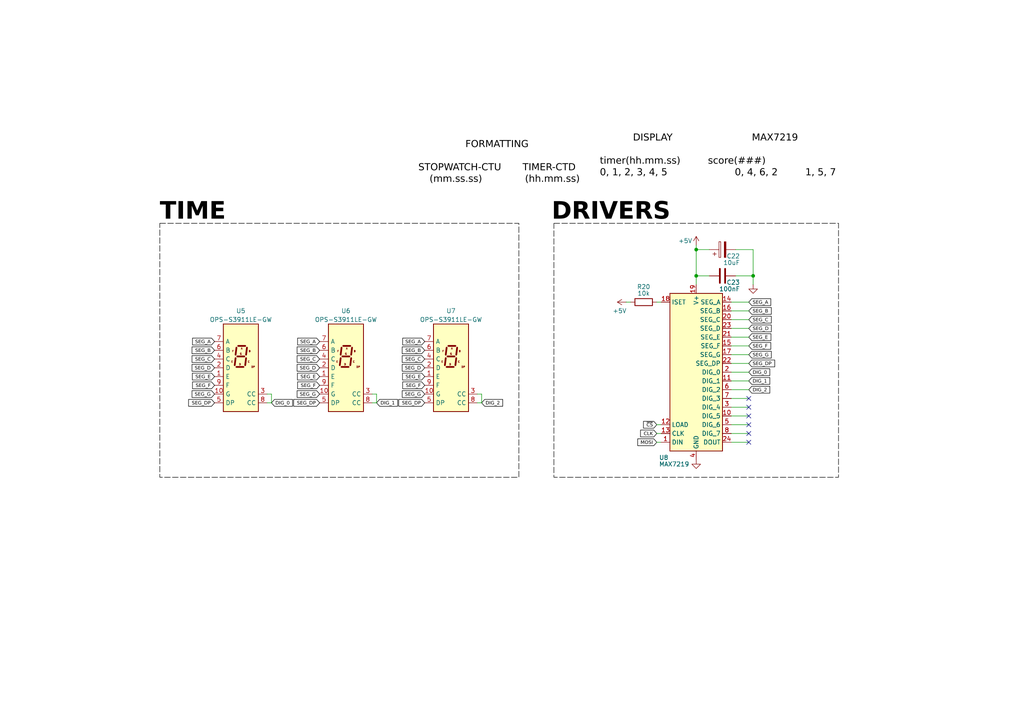
<source format=kicad_sch>
(kicad_sch (version 20250114) (generator "eeschema") (generator_version "9.0")
  (paper "A4")
  (lib_symbols
    (symbol "Device:C" (pin_numbers (hide yes)) (pin_names (offset 0.254))
      (property "Reference" "C" (at 0.635 2.54 0))
      (property "Value" "C" (at 0.635 -2.54 0))
      (symbol "C_0_1"
        (polyline (pts (xy -2.032 0.762) (xy 2.032 0.762)) (stroke (width 0.508)))
        (polyline (pts (xy -2.032 -0.762) (xy 2.032 -0.762)) (stroke (width 0.508)))
      )
      (symbol "C_1_1"
        (pin passive line (at 0 3.81 270) (length 2.794) (name "~") (number "1"))
        (pin passive line (at 0 -3.81 90) (length 2.794) (name "~") (number "2"))
      )
    )
    (symbol "Device:C_Polarized" (pin_numbers (hide yes)) (pin_names (offset 0.254))
      (property "Reference" "C" (at 0.635 2.54 0))
      (property "Value" "C_Polarized" (at 0.635 -2.54 0))
      (symbol "C_Polarized_0_1"
        (rectangle (start -2.286 0.508) (end 2.286 1.016))
        (polyline (pts (xy -1.778 2.286) (xy -0.762 2.286)))
        (polyline (pts (xy -1.27 2.794) (xy -1.27 1.778)))
        (rectangle (start 2.286 -0.508) (end -2.286 -1.016) (fill (type outline)))
      )
      (symbol "C_Polarized_1_1"
        (pin passive line (at 0 3.81 270) (length 2.794) (name "~") (number "1"))
        (pin passive line (at 0 -3.81 90) (length 2.794) (name "~") (number "2"))
      )
    )
    (symbol "Device:R" (pin_numbers (hide yes)) (pin_names (offset 0))
      (property "Reference" "R" (at 2.032 0 90))
      (property "Value" "R" (at 0 0 90))
      (symbol "R_0_1"
        (rectangle (start -1.016 -2.54) (end 1.016 2.54) (stroke (width 0.254)))
      )
      (symbol "R_1_1"
        (pin passive line (at 0 3.81 270) (length 1.27) (name "~") (number "1"))
        (pin passive line (at 0 -3.81 90) (length 1.27) (name "~") (number "2"))
      )
    )
    (symbol "Driver_LED:MAX7219"
      (property "Reference" "U" (at -6.35 24.13 0))
      (property "Value" "MAX7219" (at 1.27 25.4 0))
      (symbol "MAX7219_0_1"
        (rectangle (start -7.62 22.86) (end 7.62 -22.86) (stroke (width 0.254)) (fill (type background)))
      )
      (symbol "MAX7219_1_1"
        (pin input line (at -10.16 20.32 0) (length 2.54) (name "ISET") (number "18"))
        (pin input line (at -10.16 -15.24 0) (length 2.54) (name "LOAD") (number "12"))
        (pin input line (at -10.16 -17.78 0) (length 2.54) (name "CLK") (number "13"))
        (pin input line (at -10.16 -20.32 0) (length 2.54) (name "DIN") (number "1"))
        (pin power_in line (at 0 25.4 270) (length 2.54) (name "V+") (number "19"))
        (pin power_in line (at 0 -25.4 90) (length 2.54) (name "GND") (number "4"))
        (pin passive line (at 0 -25.4 90) (length 2.54) (hide yes) (name "GND") (number "9"))
        (pin output line (at 10.16 20.32 180) (length 2.54) (name "SEG_A") (number "14"))
        (pin output line (at 10.16 17.78 180) (length 2.54) (name "SEG_B") (number "16"))
        (pin output line (at 10.16 15.24 180) (length 2.54) (name "SEG_C") (number "20"))
        (pin output line (at 10.16 12.7 180) (length 2.54) (name "SEG_D") (number "23"))
        (pin output line (at 10.16 10.16 180) (length 2.54) (name "SEG_E") (number "21"))
        (pin output line (at 10.16 7.62 180) (length 2.54) (name "SEG_F") (number "15"))
        (pin output line (at 10.16 5.08 180) (length 2.54) (name "SEG_G") (number "17"))
        (pin output line (at 10.16 2.54 180) (length 2.54) (name "SEG_DP") (number "22"))
        (pin output line (at 10.16 0 180) (length 2.54) (name "DIG_0") (number "2"))
        (pin output line (at 10.16 -2.54 180) (length 2.54) (name "DIG_1") (number "11"))
        (pin output line (at 10.16 -5.08 180) (length 2.54) (name "DIG_2") (number "6"))
        (pin output line (at 10.16 -7.62 180) (length 2.54) (name "DIG_3") (number "7"))
        (pin output line (at 10.16 -10.16 180) (length 2.54) (name "DIG_4") (number "3"))
        (pin output line (at 10.16 -12.7 180) (length 2.54) (name "DIG_5") (number "10"))
        (pin output line (at 10.16 -15.24 180) (length 2.54) (name "DIG_6") (number "5"))
        (pin output line (at 10.16 -17.78 180) (length 2.54) (name "DIG_7") (number "8"))
        (pin output line (at 10.16 -20.32 180) (length 2.54) (name "DOUT") (number "24"))
      )
    )
    (symbol "GND_1" (power) (pin_numbers (hide yes)) (pin_names (offset 0) (hide yes))
      (property "Value" "GND" (at 0 -3.81 0))
      (symbol "GND_1_0_1"
        (polyline (pts (xy 0 0) (xy 0 -1.27) (xy 1.27 -1.27) (xy 0 -2.54) (xy -1.27 -1.27) (xy 0 -1.27)))
      )
      (symbol "GND_1_1_1"
        (pin power_in line (at 0 0 270) (length 0) (name "~") (number "1"))
      )
    )
    (symbol "gps-compass_sch:OPS-S3911LE-GW" (pin_names (offset 0.635))
      (property "Reference" "U" (at -2.54 13.97 0))
      (property "Value" "OPS-S3911LE-GW" (at 1.27 13.97 0))
      (symbol "OPS-S3911LE-GW_0_0"
        (text "E" (at -2.54 1.778 0) (effects (font (size 0.508 0.508))))
        (text "F" (at -2.286 4.826 0) (effects (font (size 0.508 0.508))))
        (text "D" (at -0.254 1.016 0) (effects (font (size 0.508 0.508))))
        (text "G" (at 0 4.064 0) (effects (font (size 0.508 0.508))))
        (text "A" (at 0.254 5.588 0) (effects (font (size 0.508 0.508))))
        (text "C" (at 2.286 1.778 0) (effects (font (size 0.508 0.508))))
        (text "B" (at 2.54 4.826 0) (effects (font (size 0.508 0.508))))
        (text "DP" (at 3.556 0.254 0) (effects (font (size 0.508 0.508))))
      )
      (symbol "OPS-S3911LE-GW_0_1"
        (rectangle (start -5.08 12.7) (end 5.08 -12.7) (stroke (width 0.254)) (fill (type background)))
        (polyline (pts (xy -1.524 2.794) (xy -1.778 0.762)) (stroke (width 0.508)))
        (polyline (pts (xy -1.27 5.842) (xy -1.524 3.81)) (stroke (width 0.508)))
        (polyline (pts (xy -1.27 0.254) (xy 0.762 0.254)) (stroke (width 0.508)))
        (polyline (pts (xy -1.016 3.302) (xy 1.016 3.302)) (stroke (width 0.508)))
        (polyline (pts (xy -0.762 6.35) (xy 1.27 6.35)) (stroke (width 0.508)))
        (polyline (pts (xy 1.524 2.794) (xy 1.27 0.762)) (stroke (width 0.508)))
        (polyline (pts (xy 1.778 5.842) (xy 1.524 3.81)) (stroke (width 0.508)))
        (polyline (pts (xy 2.54 0.254) (xy 2.54 0.254)) (stroke (width 0.508)))
      )
      (symbol "OPS-S3911LE-GW_1_1"
        (pin input line (at -7.62 7.62 0) (length 2.54) (name "A") (number "7"))
        (pin input line (at -7.62 5.08 0) (length 2.54) (name "B") (number "6"))
        (pin input line (at -7.62 2.54 0) (length 2.54) (name "C") (number "4"))
        (pin input line (at -7.62 0 0) (length 2.54) (name "D") (number "2"))
        (pin input line (at -7.62 -2.54 0) (length 2.54) (name "E") (number "1"))
        (pin input line (at -7.62 -5.08 0) (length 2.54) (name "F") (number "9"))
        (pin input line (at -7.62 -7.62 0) (length 2.54) (name "G") (number "10"))
        (pin input line (at -7.62 -10.16 0) (length 2.54) (name "DP") (number "5"))
        (pin input line (at 7.62 -7.62 180) (length 2.54) (name "CC") (number "3"))
        (pin input line (at 7.62 -10.16 180) (length 2.54) (name "CC") (number "8"))
      )
    )
    (symbol "power:+5V" (power) (pin_numbers (hide yes)) (pin_names (offset 0) (hide yes))
      (property "Value" "+5V" (at 0 3.556 0))
      (symbol "+5V_0_1"
        (polyline (pts (xy -0.762 1.27) (xy 0 2.54)))
        (polyline (pts (xy 0 2.54) (xy 0.762 1.27)))
        (polyline (pts (xy 0 0) (xy 0 2.54)))
      )
      (symbol "+5V_1_1"
        (pin power_in line (at 0 0 90) (length 0) (name "~") (number "1"))
      )
    )
    (symbol "power:GND" (power) (pin_names (offset 0))
      (property "Value" "GND" (at 0 -3.81 0))
      (symbol "GND_0_1"
        (polyline (pts (xy 0 0) (xy 0 -1.27) (xy 1.27 -1.27) (xy 0 -2.54) (xy -1.27 -1.27) (xy 0 -1.27)))
      )
      (symbol "GND_1_1"
        (pin power_in line (at 0 0 270) (length 0) (hide yes) (name "GND") (number "1"))
      )
    )
  )
  (rectangle (start 46.355 64.77) (end 150.495 138.43) (stroke (width 0) (type dash) (color 0 0 0 1)))
  (rectangle (start 160.655 64.77) (end 243.205 138.43) (stroke (width 0) (type dash) (color 0 0 0 1)))
  (text "FORMATTING\n\nSTOPWATCH-CTU       TIMER-CTD\n     (mm.ss.ss)              (hh.mm.ss)" (at 144.145 47.625 0) (effects (font (size 2 2))))
  (text "TIME" (at 46.355 62.865 0) (effects (font (size 5 5) (thickness 1.2) (bold yes)) (justify left)))
  (text "		DISPLAY            			 MAX7219\n\ntimer(hh.mm.ss)         score(###)\n0, 1, 2, 3, 4, 5                      0, 4, 6, 2         1, 5, 7" (at 173.99 45.72 0) (effects (font (size 2 2)) (justify left)))
  (text "DRIVERS" (at 160.02 62.865 0) (effects (font (size 5 5) (thickness 1.2) (bold yes)) (justify left)))
  (junction (at 201.93 80.01))
  (junction (at 218.44 80.01))
  (junction (at 201.93 72.39))
  (no_connect (at 217.17 120.65))
  (no_connect (at 217.17 115.57))
  (no_connect (at 217.17 118.11))
  (no_connect (at 217.17 123.19))
  (no_connect (at 217.17 128.27))
  (no_connect (at 217.17 125.73))
  (wire (pts (xy 217.17 92.71) (xy 212.09 92.71)))
  (wire (pts (xy 190.5 87.63) (xy 191.77 87.63)))
  (wire (pts (xy 201.93 72.39) (xy 205.74 72.39)))
  (wire (pts (xy 217.17 90.17) (xy 212.09 90.17)))
  (wire (pts (xy 217.17 120.65) (xy 212.09 120.65)))
  (wire (pts (xy 217.17 115.57) (xy 212.09 115.57)))
  (wire (pts (xy 217.17 100.33) (xy 212.09 100.33)))
  (wire (pts (xy 190.5 125.73) (xy 191.77 125.73)))
  (wire (pts (xy 217.17 118.11) (xy 212.09 118.11)))
  (wire (pts (xy 217.17 95.25) (xy 212.09 95.25)))
  (wire (pts (xy 217.17 107.95) (xy 212.09 107.95)))
  (wire (pts (xy 217.17 123.19) (xy 212.09 123.19)))
  (wire (pts (xy 218.44 72.39) (xy 218.44 80.01)))
  (wire (pts (xy 201.93 71.12) (xy 201.93 72.39)))
  (wire (pts (xy 78.74 114.3) (xy 77.47 114.3)))
  (wire (pts (xy 109.22 114.3) (xy 107.95 114.3)))
  (wire (pts (xy 181.61 87.63) (xy 182.88 87.63)))
  (wire (pts (xy 218.44 80.01) (xy 218.44 82.55)))
  (wire (pts (xy 217.17 113.03) (xy 212.09 113.03)))
  (wire (pts (xy 217.17 102.87) (xy 212.09 102.87)))
  (wire (pts (xy 201.93 80.01) (xy 201.93 82.55)))
  (wire (pts (xy 190.5 123.19) (xy 191.77 123.19)))
  (wire (pts (xy 212.09 128.27) (xy 217.17 128.27)))
  (wire (pts (xy 201.93 72.39) (xy 201.93 80.01)))
  (wire (pts (xy 78.74 116.84) (xy 77.47 116.84)))
  (wire (pts (xy 139.7 114.3) (xy 139.7 116.84)))
  (wire (pts (xy 190.5 128.27) (xy 191.77 128.27)))
  (wire (pts (xy 205.74 80.01) (xy 201.93 80.01)))
  (wire (pts (xy 217.17 110.49) (xy 212.09 110.49)))
  (wire (pts (xy 213.36 80.01) (xy 218.44 80.01)))
  (wire (pts (xy 109.22 114.3) (xy 109.22 116.84)))
  (wire (pts (xy 139.7 114.3) (xy 138.43 114.3)))
  (wire (pts (xy 213.36 72.39) (xy 218.44 72.39)))
  (wire (pts (xy 217.17 97.79) (xy 212.09 97.79)))
  (wire (pts (xy 139.7 116.84) (xy 138.43 116.84)))
  (wire (pts (xy 217.17 87.63) (xy 212.09 87.63)))
  (wire (pts (xy 212.09 125.73) (xy 217.17 125.73)))
  (wire (pts (xy 212.09 105.41) (xy 217.17 105.41)))
  (wire (pts (xy 78.74 114.3) (xy 78.74 116.84)))
  (wire (pts (xy 109.22 116.84) (xy 107.95 116.84)))
  (global_label "SEG_A" (shape input) (at 123.19 99.06 180) (effects (font (size 1 1))) (property "Intersheetrefs" "${INTERSHEET_REFS}" (effects (hide yes))))
  (global_label "DIG_0" (shape input) (at 217.17 107.95 0) (effects (font (size 1 1))) (property "Intersheetrefs" "${INTERSHEET_REFS}" (effects (hide yes))))
  (global_label "DIG_0" (shape input) (at 78.74 116.84 0) (effects (font (size 1 1))) (property "Intersheetrefs" "${INTERSHEET_REFS}" (effects (hide yes))))
  (global_label "CLK" (shape input) (at 190.5 125.73 180) (effects (font (size 1 1))) (property "Intersheetrefs" "${INTERSHEET_REFS}" (effects (hide yes))))
  (global_label "SEG_D" (shape input) (at 217.17 95.25 0) (effects (font (size 1 1))) (property "Intersheetrefs" "${INTERSHEET_REFS}" (effects (hide yes))))
  (global_label "SEG_A" (shape input) (at 217.17 87.63 0) (effects (font (size 1 1))) (property "Intersheetrefs" "${INTERSHEET_REFS}" (effects (hide yes))))
  (global_label "SEG_B" (shape input) (at 62.23 101.6 180) (effects (font (size 1 1))) (property "Intersheetrefs" "${INTERSHEET_REFS}" (effects (hide yes))))
  (global_label "SEG_DP" (shape input) (at 92.71 116.84 180) (effects (font (size 1 1))) (property "Intersheetrefs" "${INTERSHEET_REFS}" (effects (hide yes))))
  (global_label "SEG_F" (shape input) (at 123.19 111.76 180) (effects (font (size 1 1))) (property "Intersheetrefs" "${INTERSHEET_REFS}" (effects (hide yes))))
  (global_label "DIG_1" (shape input) (at 217.17 110.49 0) (effects (font (size 1 1))) (property "Intersheetrefs" "${INTERSHEET_REFS}" (effects (hide yes))))
  (global_label "SEG_DP" (shape input) (at 62.23 116.84 180) (effects (font (size 1 1))) (property "Intersheetrefs" "${INTERSHEET_REFS}" (effects (hide yes))))
  (global_label "SEG_G" (shape input) (at 92.71 114.3 180) (effects (font (size 1 1))) (property "Intersheetrefs" "${INTERSHEET_REFS}" (effects (hide yes))))
  (global_label "SEG_DP" (shape input) (at 217.17 105.41 0) (effects (font (size 1 1))) (property "Intersheetrefs" "${INTERSHEET_REFS}" (effects (hide yes))))
  (global_label "SEG_F" (shape input) (at 62.23 111.76 180) (effects (font (size 1 1))) (property "Intersheetrefs" "${INTERSHEET_REFS}" (effects (hide yes))))
  (global_label "SEG_D" (shape input) (at 92.71 106.68 180) (effects (font (size 1 1))) (property "Intersheetrefs" "${INTERSHEET_REFS}" (effects (hide yes))))
  (global_label "SEG_C" (shape input) (at 123.19 104.14 180) (effects (font (size 1 1))) (property "Intersheetrefs" "${INTERSHEET_REFS}" (effects (hide yes))))
  (global_label "~{CS}" (shape input) (at 190.5 123.19 180) (effects (font (size 1 1))) (property "Intersheetrefs" "${INTERSHEET_REFS}" (effects (hide yes))))
  (global_label "SEG_F" (shape input) (at 217.17 100.33 0) (effects (font (size 1 1))) (property "Intersheetrefs" "${INTERSHEET_REFS}" (effects (hide yes))))
  (global_label "SEG_B" (shape input) (at 92.71 101.6 180) (effects (font (size 1 1))) (property "Intersheetrefs" "${INTERSHEET_REFS}" (effects (hide yes))))
  (global_label "DIG_1" (shape input) (at 109.22 116.84 0) (effects (font (size 1 1))) (property "Intersheetrefs" "${INTERSHEET_REFS}" (effects (hide yes))))
  (global_label "SEG_A" (shape input) (at 62.23 99.06 180) (effects (font (size 1 1))) (property "Intersheetrefs" "${INTERSHEET_REFS}" (effects (hide yes))))
  (global_label "SEG_D" (shape input) (at 62.23 106.68 180) (effects (font (size 1 1))) (property "Intersheetrefs" "${INTERSHEET_REFS}" (effects (hide yes))))
  (global_label "MOSI" (shape input) (at 190.5 128.27 180) (effects (font (size 1 1))) (property "Intersheetrefs" "${INTERSHEET_REFS}" (effects (hide yes))))
  (global_label "SEG_C" (shape input) (at 62.23 104.14 180) (effects (font (size 1 1))) (property "Intersheetrefs" "${INTERSHEET_REFS}" (effects (hide yes))))
  (global_label "SEG_C" (shape input) (at 217.17 92.71 0) (effects (font (size 1 1))) (property "Intersheetrefs" "${INTERSHEET_REFS}" (effects (hide yes))))
  (global_label "SEG_G" (shape input) (at 123.19 114.3 180) (effects (font (size 1 1))) (property "Intersheetrefs" "${INTERSHEET_REFS}" (effects (hide yes))))
  (global_label "SEG_E" (shape input) (at 217.17 97.79 0) (effects (font (size 1 1))) (property "Intersheetrefs" "${INTERSHEET_REFS}" (effects (hide yes))))
  (global_label "SEG_F" (shape input) (at 92.71 111.76 180) (effects (font (size 1 1))) (property "Intersheetrefs" "${INTERSHEET_REFS}" (effects (hide yes))))
  (global_label "SEG_A" (shape input) (at 92.71 99.06 180) (effects (font (size 1 1))) (property "Intersheetrefs" "${INTERSHEET_REFS}" (effects (hide yes))))
  (global_label "SEG_DP" (shape input) (at 123.19 116.84 180) (effects (font (size 1 1))) (property "Intersheetrefs" "${INTERSHEET_REFS}" (effects (hide yes))))
  (global_label "SEG_E" (shape input) (at 123.19 109.22 180) (effects (font (size 1 1))) (property "Intersheetrefs" "${INTERSHEET_REFS}" (effects (hide yes))))
  (global_label "DIG_2" (shape input) (at 217.17 113.03 0) (effects (font (size 1 1))) (property "Intersheetrefs" "${INTERSHEET_REFS}" (effects (hide yes))))
  (global_label "SEG_G" (shape input) (at 62.23 114.3 180) (effects (font (size 1 1))) (property "Intersheetrefs" "${INTERSHEET_REFS}" (effects (hide yes))))
  (global_label "SEG_B" (shape input) (at 217.17 90.17 0) (effects (font (size 1 1))) (property "Intersheetrefs" "${INTERSHEET_REFS}" (effects (hide yes))))
  (global_label "SEG_C" (shape input) (at 92.71 104.14 180) (effects (font (size 1 1))) (property "Intersheetrefs" "${INTERSHEET_REFS}" (effects (hide yes))))
  (global_label "DIG_2" (shape input) (at 139.7 116.84 0) (effects (font (size 1 1))) (property "Intersheetrefs" "${INTERSHEET_REFS}" (effects (hide yes))))
  (global_label "SEG_B" (shape input) (at 123.19 101.6 180) (effects (font (size 1 1))) (property "Intersheetrefs" "${INTERSHEET_REFS}" (effects (hide yes))))
  (global_label "SEG_G" (shape input) (at 217.17 102.87 0) (effects (font (size 1 1))) (property "Intersheetrefs" "${INTERSHEET_REFS}" (effects (hide yes))))
  (global_label "SEG_E" (shape input) (at 62.23 109.22 180) (effects (font (size 1 1))) (property "Intersheetrefs" "${INTERSHEET_REFS}" (effects (hide yes))))
  (global_label "SEG_E" (shape input) (at 92.71 109.22 180) (effects (font (size 1 1))) (property "Intersheetrefs" "${INTERSHEET_REFS}" (effects (hide yes))))
  (global_label "SEG_D" (shape input) (at 123.19 106.68 180) (effects (font (size 1 1))) (property "Intersheetrefs" "${INTERSHEET_REFS}" (effects (hide yes))))
  (symbol (lib_name "GND_1") (lib_id "power:GND") (at 218.44 82.55 0) (unit 1)
    (property "Reference" "#PWR048" (effects (hide yes)))
    (property "Value" "GND" (effects (hide yes)))
    (property "Description" "Power symbol creates a global label with name \"GND\" , ground" (effects (hide yes)))
  )
  (symbol (lib_id "Device:R") (at 186.69 87.63 90) (unit 1)
    (property "Reference" "R20" (at 186.69 83.185 90))
    (property "Value" "10k" (at 186.69 85.09 90))
    (property "Footprint" "Resistor_SMD:R_0805_2012Metric_Pad1.20x1.40mm_HandSolder" (effects (hide yes)))
    (property "Description" "Resistor" (effects (hide yes)))
  )
  (symbol (lib_id "gps-compass_sch:OPS-S3911LE-GW") (at 69.85 106.68 0) (unit 1)
    (property "Reference" "U5" (at 69.85 90.17 0))
    (property "Value" "OPS-S3911LE-GW" (at 69.85 92.71 0))
    (property "Footprint" "gps-compass_brd:OPS-S3911LE-GW" (effects (hide yes)))
    (property "Datasheet" "http://www.kingbright.com/attachments/file/psearch/000/00/00/KCSC02-106(Ver.10A).pdf" (effects (hide yes)))
    (property "Description" "made by bismarx: one digit 7 segment red LED, common cathode" (effects (hide yes)))
  )
  (symbol (lib_id "Driver_LED:MAX7219") (at 201.93 107.95 0) (unit 1)
    (property "Reference" "U8" (at 191.135 132.715 0) (effects (justify left)))
    (property "Value" "MAX7219" (at 191.135 134.62 0) (effects (justify left)))
    (property "Footprint" "Package_SO:SOP-24_7.5x15.4mm_P1.27mm" (effects (hide yes)))
    (property "Datasheet" "https://datasheets.maximintegrated.com/en/ds/MAX7219-MAX7221.pdf" (effects (hide yes)))
    (property "Description" "8-Digit LED Display Driver" (effects (hide yes)))
  )
  (symbol (lib_id "power:+5V") (at 201.93 71.12 0) (unit 1)
    (property "Reference" "#PWR046" (effects (hide yes)))
    (property "Value" "+5V" (at 198.755 69.85 0))
    (property "Description" "Power symbol creates a global label with name \"+5V\"" (effects (hide yes)))
  )
  (symbol (lib_id "Device:C") (at 209.55 80.01 90) (mirror x) (unit 1)
    (property "Reference" "C23" (at 214.63 81.915 90) (effects (justify left)))
    (property "Value" "100nF" (at 214.63 83.82 90) (effects (justify left)))
    (property "Footprint" "Capacitor_SMD:C_0805_2012Metric_Pad1.18x1.45mm_HandSolder" (effects (hide yes)))
  )
  (symbol (lib_id "Device:C_Polarized") (at 209.55 72.39 90) (unit 1)
    (property "Reference" "C22" (at 214.63 74.295 90) (effects (justify left)))
    (property "Value" "10uF" (at 214.63 76.2 90) (effects (justify left)))
    (property "Footprint" "Capacitor_Tantalum_SMD:CP_EIA-3216-18_Kemet-A_Pad1.58x1.35mm_HandSolder" (effects (hide yes)))
  )
  (symbol (lib_id "gps-compass_sch:OPS-S3911LE-GW") (at 130.81 106.68 0) (unit 1)
    (property "Reference" "U7" (at 130.81 90.17 0))
    (property "Value" "OPS-S3911LE-GW" (at 130.81 92.71 0))
    (property "Footprint" "gps-compass_brd:OPS-S3911LE-GW" (effects (hide yes)))
    (property "Datasheet" "http://www.kingbright.com/attachments/file/psearch/000/00/00/KCSC02-106(Ver.10A).pdf" (effects (hide yes)))
    (property "Description" "made by bismarx: one digit 7 segment red LED, common cathode" (effects (hide yes)))
  )
  (symbol (lib_id "power:+5V") (at 181.61 87.63 90) (unit 1)
    (property "Reference" "#PWR045" (effects (hide yes)))
    (property "Value" "+5V" (at 179.705 90.17 90))
    (property "Description" "Power symbol creates a global label with name \"+5V\"" (effects (hide yes)))
  )
  (symbol (lib_id "power:GND") (at 201.93 133.35 0) (unit 1)
    (property "Reference" "#PWR047" (effects (hide yes)))
    (property "Value" "GND" (effects (hide yes)))
  )
  (symbol (lib_id "gps-compass_sch:OPS-S3911LE-GW") (at 100.33 106.68 0) (unit 1)
    (property "Reference" "U6" (at 100.33 90.17 0))
    (property "Value" "OPS-S3911LE-GW" (at 100.33 92.71 0))
    (property "Footprint" "gps-compass_brd:OPS-S3911LE-GW" (effects (hide yes)))
    (property "Datasheet" "http://www.kingbright.com/attachments/file/psearch/000/00/00/KCSC02-106(Ver.10A).pdf" (effects (hide yes)))
    (property "Description" "made by bismarx: one digit 7 segment red LED, common cathode" (effects (hide yes)))
  )
)
</source>
